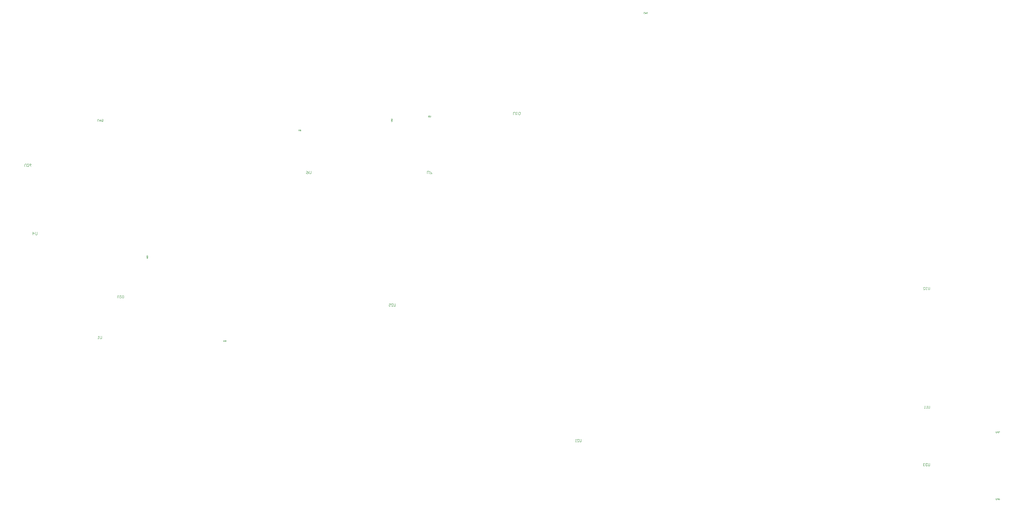
<source format=gm1>
G04*
G04 #@! TF.GenerationSoftware,Altium Limited,Altium Designer,22.6.1 (34)*
G04*
G04 Layer_Color=16711935*
%FSLAX23Y23*%
%MOIN*%
G70*
G04*
G04 #@! TF.SameCoordinates,48DA0B1C-91FB-4976-8A67-4949CEA53551*
G04*
G04*
G04 #@! TF.FilePolarity,Positive*
G04*
G01*
G75*
%ADD13C,0.004*%
%ADD22C,0.002*%
%ADD384C,0.002*%
D13*
X6395Y5256D02*
Y5282D01*
X6400Y5287D01*
X6411D01*
X6416Y5282D01*
Y5256D01*
X6426Y5287D02*
X6437D01*
X6432D01*
Y5256D01*
X6426Y5261D01*
X6453D02*
X6458Y5256D01*
X6468D01*
X6474Y5261D01*
Y5282D01*
X6468Y5287D01*
X6458D01*
X6453Y5282D01*
Y5261D01*
X1787Y2775D02*
Y2749D01*
X1781Y2744D01*
X1771D01*
X1766Y2749D01*
Y2775D01*
X1755Y2744D02*
X1745D01*
X1750D01*
Y2775D01*
X1755Y2770D01*
X1962Y3201D02*
Y3224D01*
X1966Y3229D01*
X1976D01*
X1980Y3224D01*
Y3201D01*
X2008Y3229D02*
X1989D01*
X2008Y3210D01*
Y3206D01*
X2003Y3201D01*
X1994D01*
X1989Y3206D01*
X2017D02*
X2021Y3201D01*
X2031D01*
X2035Y3206D01*
Y3224D01*
X2031Y3229D01*
X2021D01*
X2017Y3224D01*
Y3206D01*
X11055Y3323D02*
Y3300D01*
X11050Y3295D01*
X11041D01*
X11037Y3300D01*
Y3323D01*
X11027Y3318D02*
X11023Y3323D01*
X11014D01*
X11009Y3318D01*
Y3313D01*
X11014Y3309D01*
X11018D01*
X11014D01*
X11009Y3304D01*
Y3300D01*
X11014Y3295D01*
X11023D01*
X11027Y3300D01*
X10982Y3295D02*
X11000D01*
X10982Y3313D01*
Y3318D01*
X10986Y3323D01*
X10995D01*
X11000Y3318D01*
X11055Y1348D02*
Y1325D01*
X11050Y1320D01*
X11041D01*
X11037Y1325D01*
Y1348D01*
X11027Y1343D02*
X11023Y1348D01*
X11014D01*
X11009Y1343D01*
Y1338D01*
X11014Y1334D01*
X11018D01*
X11014D01*
X11009Y1329D01*
Y1325D01*
X11014Y1320D01*
X11023D01*
X11027Y1325D01*
X11000Y1343D02*
X10995Y1348D01*
X10986D01*
X10982Y1343D01*
Y1338D01*
X10986Y1334D01*
X10991D01*
X10986D01*
X10982Y1329D01*
Y1325D01*
X10986Y1320D01*
X10995D01*
X11000Y1325D01*
X11055Y1993D02*
Y1970D01*
X11050Y1965D01*
X11041D01*
X11037Y1970D01*
Y1993D01*
X11027Y1965D02*
X11018D01*
X11023D01*
Y1993D01*
X11027Y1988D01*
X11004Y1965D02*
X10995D01*
X11000D01*
Y1993D01*
X11004Y1988D01*
X7155Y1618D02*
Y1595D01*
X7150Y1590D01*
X7141D01*
X7137Y1595D01*
Y1618D01*
X7109Y1590D02*
X7127D01*
X7109Y1608D01*
Y1613D01*
X7114Y1618D01*
X7123D01*
X7127Y1613D01*
X7100Y1590D02*
X7091D01*
X7095D01*
Y1618D01*
X7100Y1613D01*
X1740Y5181D02*
Y5201D01*
X1744Y5205D01*
X1752D01*
X1756Y5201D01*
Y5181D01*
X1775Y5205D02*
Y5181D01*
X1764Y5193D01*
X1779D01*
X1803Y5181D02*
X1787D01*
Y5193D01*
X1795Y5189D01*
X1799D01*
X1803Y5193D01*
Y5201D01*
X1799Y5205D01*
X1791D01*
X1787Y5201D01*
X925Y4677D02*
Y4700D01*
X930Y4705D01*
X939D01*
X943Y4700D01*
Y4677D01*
X971Y4705D02*
X953D01*
X971Y4687D01*
Y4682D01*
X966Y4677D01*
X957D01*
X953Y4682D01*
X998Y4677D02*
X989Y4682D01*
X980Y4691D01*
Y4700D01*
X985Y4705D01*
X994D01*
X998Y4700D01*
Y4696D01*
X994Y4691D01*
X980D01*
X5075Y3138D02*
Y3115D01*
X5070Y3110D01*
X5061D01*
X5057Y3115D01*
Y3138D01*
X5029Y3110D02*
X5047D01*
X5029Y3128D01*
Y3133D01*
X5034Y3138D01*
X5043D01*
X5047Y3133D01*
X5002Y3138D02*
X5020D01*
Y3124D01*
X5011Y3128D01*
X5006D01*
X5002Y3124D01*
Y3115D01*
X5006Y3110D01*
X5015D01*
X5020Y3115D01*
X4130Y4626D02*
Y4600D01*
X4125Y4595D01*
X4114D01*
X4109Y4600D01*
Y4626D01*
X4078D02*
X4088Y4621D01*
X4099Y4611D01*
Y4600D01*
X4093Y4595D01*
X4083D01*
X4078Y4600D01*
Y4605D01*
X4083Y4611D01*
X4099D01*
X5430Y4594D02*
Y4620D01*
X5435Y4625D01*
X5446D01*
X5451Y4620D01*
Y4594D01*
X5461D02*
X5482D01*
Y4599D01*
X5461Y4620D01*
Y4625D01*
X1065Y3941D02*
Y3915D01*
X1060Y3910D01*
X1049D01*
X1044Y3915D01*
Y3941D01*
X1018Y3910D02*
Y3941D01*
X1034Y3926D01*
X1013D01*
D22*
X2302Y3678D02*
X2292D01*
X2290Y3676D01*
Y3672D01*
X2292Y3670D01*
X2302D01*
X2290Y3659D02*
Y3666D01*
X2298Y3659D01*
X2300D01*
X2302Y3660D01*
Y3664D01*
X2300Y3666D01*
X2290Y3649D02*
X2302D01*
X2296Y3655D01*
Y3647D01*
X5028Y5180D02*
X5038D01*
X5040Y5182D01*
Y5186D01*
X5038Y5188D01*
X5028D01*
X5030Y5192D02*
X5028Y5194D01*
Y5198D01*
X5030Y5200D01*
X5032D01*
X5034Y5198D01*
Y5196D01*
Y5198D01*
X5036Y5200D01*
X5038D01*
X5040Y5198D01*
Y5194D01*
X5038Y5192D01*
X5028Y5211D02*
X5030Y5208D01*
X5034Y5204D01*
X5038D01*
X5040Y5206D01*
Y5210D01*
X5038Y5211D01*
X5036D01*
X5034Y5210D01*
Y5204D01*
X3150Y2727D02*
Y2717D01*
X3152Y2715D01*
X3156D01*
X3158Y2717D01*
Y2727D01*
X3170Y2715D02*
X3162D01*
X3170Y2723D01*
Y2725D01*
X3168Y2727D01*
X3164D01*
X3162Y2725D01*
X3181Y2715D02*
X3174D01*
X3181Y2723D01*
Y2725D01*
X3180Y2727D01*
X3176D01*
X3174Y2725D01*
D384*
X3990Y5074D02*
Y5087D01*
X3993Y5090D01*
X3998D01*
X4000Y5087D01*
Y5074D01*
X4006Y5077D02*
X4008Y5074D01*
X4014D01*
X4016Y5077D01*
Y5080D01*
X4014Y5082D01*
X4016Y5085D01*
Y5087D01*
X4014Y5090D01*
X4008D01*
X4006Y5087D01*
Y5085D01*
X4008Y5082D01*
X4006Y5080D01*
Y5077D01*
X4008Y5082D02*
X4014D01*
X11795Y1706D02*
Y1693D01*
X11798Y1690D01*
X11803D01*
X11805Y1693D01*
Y1706D01*
X11819Y1690D02*
Y1706D01*
X11811Y1698D01*
X11821D01*
X11826Y1706D02*
X11837D01*
Y1703D01*
X11826Y1693D01*
Y1690D01*
X11795Y956D02*
Y943D01*
X11798Y940D01*
X11803D01*
X11805Y943D01*
Y956D01*
X11819Y940D02*
Y956D01*
X11811Y948D01*
X11821D01*
X11837Y956D02*
X11832Y953D01*
X11826Y948D01*
Y943D01*
X11829Y940D01*
X11834D01*
X11837Y943D01*
Y945D01*
X11834Y948D01*
X11826D01*
X5470Y5246D02*
Y5233D01*
X5467Y5230D01*
X5462D01*
X5460Y5233D01*
Y5246D01*
X5454Y5233D02*
X5452Y5230D01*
X5446D01*
X5444Y5233D01*
Y5243D01*
X5446Y5246D01*
X5452D01*
X5454Y5243D01*
Y5240D01*
X5452Y5238D01*
X5444D01*
X7895Y6389D02*
Y6402D01*
X7892Y6405D01*
X7887D01*
X7885Y6402D01*
Y6389D01*
X7871Y6405D02*
Y6389D01*
X7879Y6397D01*
X7869D01*
X7853Y6405D02*
X7864D01*
X7853Y6395D01*
Y6392D01*
X7856Y6389D01*
X7861D01*
X7864Y6392D01*
M02*

</source>
